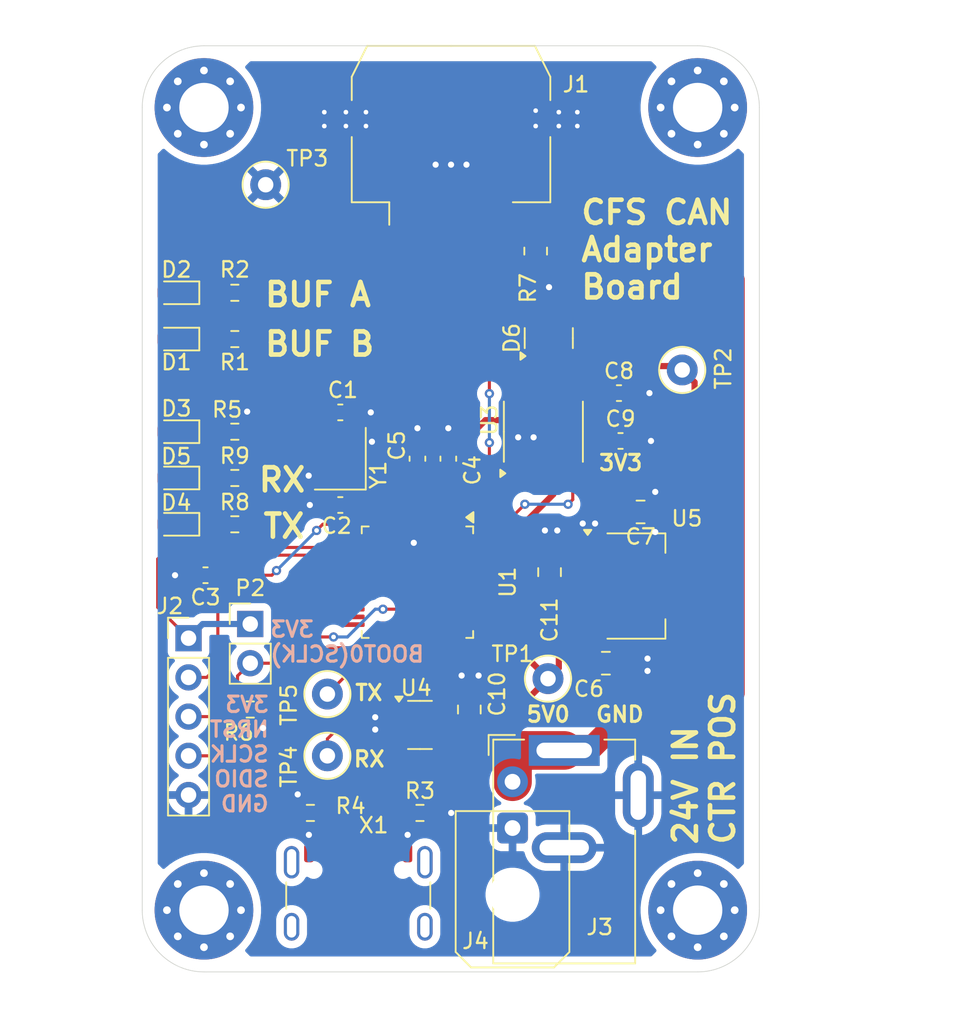
<source format=kicad_pcb>
(kicad_pcb (version 20241229) (generator "pcbnew") (generator_version "9.0")
  (layers (0 "F.Cu" signal) (2 "B.Cu" signal) (13 "F.Paste" user) (15 "B.Paste" user) (5 "F.SilkS" user "F.Silkscreen") (7 "B.SilkS" user "B.Silkscreen") (1 "F.Mask" user) (3 "B.Mask" user) (25 "Edge.Cuts" user))
  (net 0 "")
  (net 1 "Net-(U1F-PF0{slash}OSC_IN)")
  (net 2 "/RS485-A")
  (net 3 "GND")
  (net 4 "+24V")
  (net 5 "/RS485-B")
  (net 6 "Net-(U1F-PF1{slash}OSC_OUT)")
  (net 7 "/MCU/NRST")
  (net 8 "+3V3")
  (net 9 "+5V")
  (net 10 "Net-(D1-K)")
  (net 11 "Net-(D2-K)")
  (net 12 "/MCU/LED_TX")
  (net 13 "/MCU/LED_RX")
  (net 14 "/MCU/SWCLK")
  (net 15 "/MCU/CAN1_TX")
  (net 16 "/MCU/CAN2_RX")
  (net 22 "/MCU/SWDIO")
  (net 27 "/MCU/TX")
  (net 36 "/MCU/CAN1_S")
  (net 37 "/USB_P")
  (net 38 "/MCU/CAN2_S")
  (net 39 "/USB_N")
  (net 40 "/MCU/CAN2_TX")
  (net 41 "/MCU/CAN1_RX")
  (net 43 "/MCU/RX")
  (net 53 "Net-(J1-Pin_5)")
  (net 54 "Net-(J1-Pin_4)")
  (net 55 "Net-(D3-A)")
  (net 56 "Net-(D4-A)")
  (net 57 "Net-(D5-A)")
  (net 58 "/MCU/USB_{P}")
  (net 59 "/MCU/USB_{N}")
  (net 62 "Net-(X1-CC1)")
  (net 63 "Net-(X1-CC2)")
  (footprint "TestPoint:TestPoint_Loop_D1.80mm_Drill1.0mm_Beaded" (layer "F.Cu") (at 26.3 -19)
    (property "Reference" "TP1")
    (property "Value" "TP2.0mm")
  )
  (footprint "Connector_Molex:Molex_Micro-Fit_3.0_43045-0200_2x01_P3.00mm_Horizontal" (layer "F.Cu") (at 24 -9.32 180)
    (property "Reference" "J4")
    (property "Value" "Conn_01x02")
  )
  (footprint "Package_SO:SOIC-8_3.9x4.9mm_P1.27mm" (layer "F.Cu") (at 26 -35 90)
    (property "Reference" "U3")
    (property "Value" "TJA1051T3")
  )
  (footprint "TestPoint:TestPoint_Loop_D1.80mm_Drill1.0mm_Beaded" (layer "F.Cu") (at 35 -39)
    (property "Reference" "TP2")
    (property "Value" "TP2.0mm")
  )
  (footprint "Connector_BarrelJack:BarrelJack_GCT_DCJ200-10-A_Horizontal" (layer "F.Cu") (at 27.35 -14.35)
    (property "Reference" "J3")
    (property "Value" "Barrel_Jack_Switch_MountingPin")
  )
  (footprint "Capacitor_SMD:C_0805_2012Metric" (layer "F.Cu") (at 30.05 -20)
    (property "Reference" "C6")
    (property "Value" "10u_0805_X7R_10%_10V_-40C..125C_Chip-Capacitor")
  )
  (footprint "MountingHole:MountingHole_3.2mm_M3_Pad_Via" (layer "F.Cu") (at 36 -56)
    (property "Reference" "H4" (hide yes))
    (property "Value" "MountingHole")
  )
  (footprint "Resistor_SMD:R_0603_1608Metric" (layer "F.Cu") (at 6 -29)
    (property "Reference" "R8")
    (property "Value" "1k_0603_100mW_1%_E24_Chip-Resistor")
  )
  (footprint "Resistor_SMD:R_0603_1608Metric" (layer "F.Cu") (at 10.9 -10.3 180)
    (property "Reference" "R4")
    (property "Value" "5k1_0603_100mW_1%_E24_Chip-Resistor")
  )
  (footprint "Capacitor_SMD:C_0603_1608Metric" (layer "F.Cu") (at 12.8375 -36.25 180)
    (property "Reference" "C1")
    (property "Value" "6p2_0603_C0G_5%_50V_-40C..125C_Chip-Capacitor")
  )
  (footprint "Crystal:Crystal_SMD_3225-4Pin_3.2x2.5mm" (layer "F.Cu") (at 12.8375 -33.25 90)
    (property "Reference" "Y1")
    (property "Value" "830108313809")
  )
  (footprint "Capacitor_SMD:C_0603_1608Metric" (layer "F.Cu") (at 19.8375 -33.25 90)
    (property "Reference" "C4")
    (property "Value" "100n")
  )
  (footprint "Resistor_SMD:R_0603_1608Metric" (layer "F.Cu") (at 7 -17)
    (property "Reference" "R6")
    (property "Value" "10k_0603_100mW_1%_E24_Chip-Resistor")
  )
  (footprint "Package_TO_SOT_SMD:SOT-23" (layer "F.Cu") (at 26.35 -41.0625 90)
    (property "Reference" "D6")
    (property "Value" "NUP2105L")
  )
  (footprint "Capacitor_SMD:C_0603_1608Metric" (layer "F.Cu") (at 31 -34.4)
    (property "Reference" "C9")
    (property "Value" "100n_0603_X7R_10%_50V_-40C..125C_Chip-Capacitor")
  )
  (footprint "Connector_Molex:Molex_Micro-Fit_3.0_43045-0610_2x03-1MP_P3.00mm_Horizontal" (layer "F.Cu") (at 20.015 -47.5)
    (property "Reference" "J1")
    (property "Value" "Conn_02x03_Top_Bottom")
  )
  (footprint "LED_SMD:LED_0603_1608Metric" (layer "F.Cu") (at 2.2125 -29 180)
    (property "Reference" "D4")
    (property "Value" "KPT-1608SGC")
  )
  (footprint "Capacitor_SMD:C_0603_1608Metric" (layer "F.Cu") (at 17.8375 -33.25 90)
    (property "Reference" "C5")
    (property "Value" "100n")
  )
  (footprint "Resistor_SMD:R_0603_1608Metric" (layer "F.Cu") (at 6 -32)
    (property "Reference" "R9")
    (property "Value" "1k_0603_100mW_1%_E24_Chip-Resistor")
  )
  (footprint "Capacitor_SMD:C_0603_1608Metric" (layer "F.Cu") (at 4.1 -25.7 180)
    (property "Reference" "C3")
    (property "Value" "100n")
  )
  (footprint "Capacitor_SMD:C_0805_2012Metric" (layer "F.Cu") (at 21.2 -17 90)
    (property "Reference" "C10")
    (property "Value" "10u_0805_X7R_10%_10V_-40C..125C_Chip-Capacitor")
  )
  (footprint "Package_TO_SOT_SMD:SC-74-6_1.55x2.9mm_P0.95mm" (layer "F.Cu") (at 18 -16)
    (property "Reference" "U4")
    (property "Value" "IP4234CZ6")
  )
  (footprint "MountingHole:MountingHole_3.2mm_M3_Pad_Via" (layer "F.Cu") (at 4 -56)
    (property "Reference" "H3" (hide yes))
    (property "Value" "MountingHole")
  )
  (footprint "Package_TO_SOT_SMD:SOT-223-3_TabPin2" (layer "F.Cu") (at 32 -25)
    (property "Reference" "U5")
    (property "Value" "AMS1117-3.3")
  )
  (footprint "Capacitor_SMD:C_0805_2012Metric" (layer "F.Cu") (at 26.4 -25.9 90)
    (property "Reference" "C11")
    (property "Value" "10u_0805_X7R_10%_10V_-40C..125C_Chip-Capacitor")
  )
  (footprint "MountingHole:MountingHole_3.2mm_M3_Pad_Via" (layer "F.Cu") (at 36 -4)
    (property "Reference" "H2" (hide yes))
    (property "Value" "MountingHole")
  )
  (footprint "Capacitor_SMD:C_0805_2012Metric" (layer "F.Cu") (at 32.3 -29.8)
    (property "Reference" "C7")
    (property "Value" "10u_0805_X7R_10%_10V_-40C..125C_Chip-Capacitor")
  )
  (footprint "LED_SMD:LED_0603_1608Metric" (layer "F.Cu") (at 2.2125 -41 180)
    (property "Reference" "D1")
    (property "Value" "LED")
  )
  (footprint "TestPoint:TestPoint_Loop_D1.80mm_Drill1.0mm_Beaded" (layer "F.Cu") (at 12 -18 -90)
    (property "Reference" "TP5")
    (property "Value" "TP1.0mm")
  )
  (footprint "Package_QFP:LQFP-48_7x7mm_P0.5mm" (layer "F.Cu") (at 17.8375 -25.25 -90)
    (property "Reference" "U1")
    (property "Value" "STM32G0B1CBT")
  )
  (footprint "LED_SMD:LED_0603_1608Metric" (layer "F.Cu") (at 2.2125 -35 180)
    (property "Reference" "D3")
    (property "Value" "KPT-1608EC")
  )
  (footprint "Resistor_SMD:R_0603_1608Metric" (layer "F.Cu") (at 6 -44)
    (property "Reference" "R2")
    (property "Value" "5k1")
  )
  (footprint "LED_SMD:LED_0603_1608Metric" (layer "F.Cu") (at 2.2125 -44 180)
    (property "Reference" "D2")
    (property "Value" "LED")
  )
  (footprint "Resistor_SMD:R_0805_2012Metric" (layer "F.Cu") (at 25.5 -46.7 90)
    (property "Reference" "R7")
    (property "Value" "120R_0805_125mW_1%_E24_Chip-Resistor")
  )
  (footprint "Connector_PinHeader_2.54mm:PinHeader_1x02_P2.54mm_Vertical" (layer "F.Cu") (at 7 -22.54)
    (property "Reference" "P2")
    (property "Value" "CONN_01X02")
  )
  (footprint "Resistor_SMD:R_0603_1608Metric" (layer "F.Cu") (at 18 -10.3)
    (property "Reference" "R3")
    (property "Value" "5k1_0603_100mW_1%_E24_Chip-Resistor")
  )
  (footprint "LED_SMD:LED_0603_1608Metric" (layer "F.Cu") (at 2.2125 -32 180)
    (property "Reference" "D5")
    (property "Value" "KPT-1608SGC")
  )
  (footprint "MountingHole:MountingHole_3.2mm_M3_Pad_Via" (layer "F.Cu") (at 4 -4)
    (property "Reference" "H1" (hide yes))
    (property "Value" "MountingHole")
  )
  (footprint "Resistor_SMD:R_0603_1608Metric" (layer "F.Cu") (at 6 -41)
    (property "Reference" "R1")
    (property "Value" "5k1")
  )
  (footprint "Resistor_SMD:R_0603_1608Metric" (layer "F.Cu") (at 6 -35)
    (property "Reference" "R5")
    (property "Value" "1k_0603_100mW_1%_E24_Chip-Resistor")
  )
  (footprint "Connector_PinHeader_2.54mm:PinHeader_1x05_P2.54mm_Vertical" (layer "F.Cu") (at 3 -21.62)
    (property "Reference" "J2")
    (property "Value" "Conn_01x05")
  )
  (footprint "TestPoint:TestPoint_Loop_D1.80mm_Drill1.0mm_Beaded" (layer "F.Cu") (at 12 -14 -90)
    (property "Reference" "TP4")
    (property "Value" "TP1.0mm")
  )
  (footprint "TestPoint:TestPoint_Loop_D1.80mm_Drill1.0mm_Beaded" (layer "F.Cu") (at 8 -51)
    (property "Reference" "TP3")
    (property "Value" "TP2.0mm")
  )
  (footprint "Capacitor_SMD:C_0603_1608Metric" (layer "F.Cu") (at 30.9 -37.5)
    (property "Reference" "C8")
    (property "Value" "100n_0603_X7R_10%_50V_-40C..125C_Chip-Capacitor")
  )
  (footprint "Capacitor_SMD:C_0603_1608Metric" (layer "F.Cu") (at 12.8375 -30.25)
    (property "Reference" "C2")
    (property "Value" "6p2_0603_C0G_5%_50V_-40C..125C_Chip-Capacitor")
  )
  (footprint "Connector_USB:USB_C_Receptacle_GCT_USB4105-xx-A_16P_TopMnt_Horizontal" (layer "F.Cu") (at 14 -4)
    (property "Reference" "X1")
    (property "Value" "629722000214_pasteInHole")
  )
  (gr_line (start 0 -56) (end 0 -4) (stroke (width 0.05)) (layer "Edge.Cuts"))
  (gr_line (start 4 0) (end 36 0) (stroke (width 0.05)) (layer "Edge.Cuts"))
  (gr_arc (start 4 0) (mid 1.171573 -1.171573) (end 0 -4) (stroke (width 0.05)) (layer "Edge.Cuts"))
  (gr_arc (start 40 -4) (mid 38.828427 -1.171573) (end 36 0) (stroke (width 0.05)) (layer "Edge.Cuts"))
  (gr_arc (start 0 -56) (mid 1.171573 -58.828427) (end 4 -60) (stroke (width 0.05)) (layer "Edge.Cuts"))
  (gr_line (start 40 -4) (end 40 -56) (stroke (width 0.05)) (layer "Edge.Cuts"))
  (gr_line (start 36 -60) (end 4 -60) (stroke (width 0.05)) (layer "Edge.Cuts"))
  (gr_arc (start 36 -60) (mid 38.828427 -58.828427) (end 40 -56) (stroke (width 0.05)) (layer "Edge.Cuts"))
  (gr_text "RX" (at 7.4 -31 0) (layer "F.SilkS") (effects (font (size 1.5 1.5) (thickness 0.3) (bold yes)) (justify left bottom)))
  (gr_text "TX" (at 13.7 -17.5 0) (layer "F.SilkS") (effects (font (size 1 1) (thickness 0.2) (bold yes)) (justify left bottom)))
  (gr_text "BUF B" (at 7.8 -39.8 0) (layer "F.SilkS") (effects (font (size 1.5 1.5) (thickness 0.3) (bold yes)) (justify left bottom)))
  (gr_text "RX	" (at 13.6 -13.2 0) (layer "F.SilkS") (effects (font (size 1 1) (thickness 0.2) (bold yes)) (justify left bottom)))
  (gr_text "GND" (at 29.3 -16.1 0) (layer "F.SilkS") (effects (font (size 1 1) (thickness 0.2) (bold yes)) (justify left bottom)))
  (gr_text "5V0" (at 24.8 -16.1 0) (layer "F.SilkS") (effects (font (size 1 1) (thickness 0.2) (bold yes)) (justify left bottom)))
  (gr_text "CFS CAN\nAdapter\nBoard" (at 28.3 -43.5 0) (layer "F.SilkS") (effects (font (size 1.5 1.5) (thickness 0.3) (bold yes)) (justify left bottom)))
  (gr_text "3V3" (at 29.5 -32.4 0) (layer "F.SilkS") (effects (font (size 1 1) (thickness 0.2) (bold yes)) (justify left bottom)))
  (gr_text "BUF A" (at 7.8 -43 0) (layer "F.SilkS") (effects (font (size 1.5 1.5) (thickness 0.3) (bold yes)) (justify left bottom)))
  (gr_text "TX" (at 7.7 -28 0) (layer "F.SilkS") (effects (font (size 1.5 1.5) (thickness 0.3) (bold yes)) (justify left bottom)))
  (gr_text "24V IN\nCTR POS" (at 38.5 -8.1 90) (layer "F.SilkS") (effects (font (size 1.5 1.5) (thickness 0.3) (bold yes)) (justify left bottom)))
  (gr_text "3V3\nNRST\nSCLK\nSDIO\nGND" (at 8.3 -10.3 0) (layer "B.SilkS") (effects (font (size 1 1) (thickness 0.2) (bold yes)) (justify left bottom mirror)))
  (gr_text "3V3\nBOOT0(SCLK)" (at 8.2 -20 0) (layer "B.SilkS") (effects (font (size 1 1) (thickness 0.2) (bold yes)) (justify right bottom mirror)))
  (segment (start 11.9875 -34.35) (end 12.0625 -34.425) (width 0.2) (layer "F.Cu") (net 1))
  (segment (start 11.9875 -34.35) (end 11.9875 -34.148) (width 0.2) (layer "F.Cu") (net 1))
  (segment (start 12.0625 -34.425) (end 12.0625 -36.25) (width 0.2) (layer "F.Cu") (net 1))
  (segment (start 12.8355 -33.3) (end 14.9 -33.3) (width 0.2) (layer "F.Cu") (net 1))
  (segment (start 17.0875 -31.1125) (end 17.0875 -29.4125) (width 0.2) (layer "F.Cu") (net 1))
  (segment (start 11.9875 -34.148) (end 12.8355 -33.3) (width 0.2) (layer "F.Cu") (net 1))
  (segment (start 14.9 -33.3) (end 17.0875 -31.1125) (width 0.2) (layer "F.Cu") (net 1))
  (segment (start 23.015 -45.185) (end 23.015 -41.485) (width 0.4) (layer "F.Cu") (net 2))
  (segment (start 25.365 -40.09) (end 25.4 -40.125) (width 0.4) (layer "F.Cu") (net 2))
  (segment (start 23.6175 -45.7875) (end 25.5 -45.7875) (width 0.4) (layer "F.Cu") (net 2))
  (segment (start 24.375 -40.125) (end 23.65 -40.85) (width 0.4) (layer "F.Cu") (net 2))
  (segment (start 23.015 -45.8875) (end 23.015 -45.185) (width 0.4) (layer "F.Cu") (net 2))
  (segment (start 23.65 -40.85) (end 23 -41.5) (width 0.4) (layer "F.Cu") (net 2))
  (segment (start 25.4 -40.125) (end 24.375 -40.125) (width 0.4) (layer "F.Cu") (net 2))
  (segment (start 23.015 -41.485) (end 23.65 -40.85) (width 0.4) (layer "F.Cu") (net 2))
  (segment (start 25.365 -37.475) (end 25.365 -40.09) (width 0.4) (layer "F.Cu") (net 2))
  (segment (start 23.015 -45.185) (end 23.6175 -45.7875) (width 0.4) (layer "F.Cu") (net 2))
  (segment (start 18.825 -10.3) (end 20.025 -10.3) (width 0.2) (layer "F.Cu") (net 3))
  (segment (start 3.325 -25.7) (end 2.125 -25.7) (width 0.2) (layer "F.Cu") (net 3))
  (segment (start 10.8 -7.68) (end 10.8 -8.88) (width 0.2) (layer "F.Cu") (net 3))
  (segment (start 31 -20) (end 32.75 -19.5) (width 0.3) (layer "F.Cu") (net 3))
  (segment (start 17.2 -7.68) (end 17.2 -8.88) (width 0.2) (layer "F.Cu") (net 3))
  (segment (start 28.85 -27.3) (end 29.35 -29.05) (width 0.3) (layer "F.Cu") (net 3))
  (segment (start 33.25 -29.8) (end 33.25 -31.1) (width 0.2) (layer "F.Cu") (net 3))
  (segment (start 31.775 -34.4) (end 32.975 -34.4) (width 0.4) (layer "F.Cu") (net 3))
  (segment (start 25.365 -34.635) (end 24.365 -34.635) (width 0.4) (layer "F.Cu") (net 3))
  (segment (start 7.825 -15.8) (end 7.825 -15.725) (width 0.2) (layer "F.Cu") (net 3))
  (segment (start 10.075 -10.3) (end 10.075 -11.5) (width 0.2) (layer "F.Cu") (net 3))
  (segment (start 26.4 -26.85) (end 26.9 -28.6) (width 0.3) (layer "F.Cu") (net 3))
  (segment (start 16.85 -16) (end 15.1 -15.7) (width 0.3) (layer "F.Cu") (net 3))
  (segment (start 25.365 -32.525) (end 25.365 -34.635) (width 0.4) (layer "F.Cu") (net 3))
  (segment (start 16.85 -16) (end 15.1 -16.5) (width 0.3) (layer "F.Cu") (net 3))
  (segment (start 13.6125 -36.25) (end 14.8125 -36.25) (width 0.2) (layer "F.Cu") (net 3))
  (segment (start 7.825 -17) (end 7.825 -15.8) (width 0.2) (layer "F.Cu") (net 3))
  (segment (start 11.9875 -32.15) (end 10.7875 -32.15) (width 0.2) (layer "F.Cu") (net 3))
  (segment (start 20.015 -49.815) (end 19.015 -52.3) (width 0.4) (layer "F.Cu") (net 3))
  (segment (start 33.25 -29.8) (end 33.25 -28.5) (width 0.2) (layer "F.Cu") (net 3))
  (segment (start 20.015 -49.815) (end 21.015 -52.3) (width 0.4) (layer "F.Cu") (net 3))
  (segment (start 28.85 -27.3) (end 28.55 -29.05) (width 0.3) (layer "F.Cu") (net 3))
  (segment (start 21.3 -17.9) (end 20.7 -19.2) (width 0.3) (layer "F.Cu") (net 3))
  (segment (start 26.4 -26.85) (end 26.1 -28.6) (width 0.3) (layer "F.Cu") (net 3))
  (segment (start 26.365 -42.8) (end 26.365 -44.3625) (width 0.4) (layer "F.Cu") (net 3))
  (segment (start 20.015 -49.815) (end 20.015 -52.3) (width 0.4) (layer "F.Cu") (net 3))
  (segment (start 17.8375 -34.025) (end 17.8375 -35.225) (width 0.2) (layer "F.Cu") (net 3))
  (segment (start 21.8 -19.2) (end 21.3 -17.9) (width 0.3) (layer "F.Cu") (net 3))
  (segment (start 19.8375 -34.025) (end 19.8375 -35.225) (width 0.2) (layer "F.Cu") (net 3))
  (segment (start 17.5875 -29.4125) (end 17.5875 -27.7875) (width 0.2) (layer "F.Cu") (net 3))
  (segment (start 31 -20) (end 32.75 -20.3) (width 0.3) (layer "F.Cu") (net 3))
  (segment (start 6.825 -35) (end 6.8 -36.3) (width 0.2) (layer "F.Cu") (net 3))
  (segment (start 13.6875 -34.35) (end 14.8875 -34.35) (width 0.2) (layer "F.Cu") (net 3))
  (segment (start 12.0625 -30.25) (end 10.8625 -30.25) (width 0.2) (layer "F.Cu") (net 3))
  (segment (start 31.675 -37.5) (end 32.875 -37.5) (width 0.4) (layer "F.Cu") (net 3))
  (via (at 32.75 -20.3) (size 0.8) (drill 0.4) (layers "F.Cu" "B.Cu") (net 3))
  (via (at 17.2 -8.88) (size 0.8) (drill 0.4) (layers "F.Cu" "B.Cu") (net 3))
  (via (at 33.25 -31.1) (size 0.8) (drill 0.4) (layers "F.Cu" "B.Cu") (net 3))
  (via (at 28.55 -29.05) (size 0.8) (drill 0.4) (layers "F.Cu" "B.Cu") (net 3))
  (via (at 13.2 -54.8) (size 0.6) (drill 0.3) (layers "F.Cu" "B.Cu") (net 3))
  (via (at 20.025 -10.3) (size 0.8) (drill 0.4) (layers "F.Cu" "B.Cu") (net 3))
  (via (at 2.125 -25.7) (size 0.8) (drill 0.4) (layers "F.Cu" "B.Cu") (net 3))
  (via (at 10.8625 -30.25) (size 0.8) (drill 0.4) (layers "F.Cu" "B.Cu") (net 3))
  (via (at 19.015 -52.3) (size 0.8) (drill 0.4) (layers "F.Cu" "B.Cu") (net 3))
  (via (at 25.365 -34.635) (size 0.8) (drill 0.4) (layers "F.Cu" "B.Cu") (net 3))
  (via (at 28.2 -55.7) (size 0.6) (drill 0.3) (layers "F.Cu" "B.Cu") (net 3))
  (via (at 14.8125 -36.25) (size 0.8) (drill 0.4) (layers "F.Cu" "B.Cu") (net 3))
  (via (at 32.75 -19.5) (size 0.8) (drill 0.4) (layers "F.Cu" "B.Cu") (net 3))
  (via (at 28.2 -54.8) (size 0.6) (drill 0.3) (layers "F.Cu" "B.Cu") (net 3))
  (via (at 6.8 -36.3) (size 0.8) (drill 0.4) (layers "F.Cu" "B.Cu") (net 3))
  (via (at 32.875 -37.5) (size 0.8) (drill 0.4) (layers "F.Cu" "B.Cu") (net 3))
  (via (at 19.8375 -35.225) (size 0.8) (drill 0.4) (layers "F.Cu" "B.Cu") (net 3))
  (via (at 27 -54.8) (size 0.6) (drill 0.3) (layers "F.Cu" "B.Cu") (net 3))
  (via (at 26.365 -44.3625) (size 0.8) (drill 0.4) (layers "F.Cu" "B.Cu") (net 3))
  (via (at 21.8 -19.2) (size 0.8) (drill 0.4) (layers "F.Cu" "B.Cu") (net 3))
  (via (at 25.5 -55.8) (size 0.6) (drill 0.3) (layers "F.Cu" "B.Cu") (net 3))
  (via (at 14.5 -55.7) (size 0.6) (drill 0.3) (layers "F.Cu" "B.Cu") (net 3))
  (via (at 13.2 -55.7) (size 0.6) (drill 0.3) (layers "F.Cu" "B.Cu") (net 3))
  (via (at 20.015 -52.3) (size 0.8) (drill 0.4) (layers "F.Cu" "B.Cu") (net 3))
  (via (at 15.1 -15.7) (size 0.8) (drill 0.4) (layers "F.Cu" "B.Cu") (net 3))
  (via (at 10.075 -11.5) (size 0.8) (drill 0.4) (layers "F.Cu" "B.Cu") (net 3))
  (via (at 14.5 -54.8) (size 0.6) (drill 0.3) (layers "F.Cu" "B.Cu") (net 3))
  (via (at 7.825 -15.8) (size 0.8) (drill 0.4) (layers "F.Cu" "B.Cu") (net 3))
  (via (at 20.7 -19.2) (size 0.8) (drill 0.4) (layers "F.Cu" "B.Cu") (net 3))
  (via (at 26.9 -28.6) (size 0.8) (drill 0.4) (layers "F.Cu" "B.Cu") (net 3))
  (via (at 32.975 -34.4) (size 0.8) (drill 0.4) (layers "F.Cu" "B.Cu") (net 3))
  (via (at 10.7875 -32.15) (size 0.8) (drill 0.4) (layers "F.Cu" "B.Cu") (net 3))
  (via (at 11.8 -54.8) (size 0.6) (drill 0.3) (layers "F.Cu" "B.Cu") (net 3))
  (via (at 26.1 -28.6) (size 0.8) (drill 0.4) (layers "F.Cu" "B.Cu") (net 3))
  (via (at 17.8375 -35.225) (size 0.8) (drill 0.4) (layers "F.Cu" "B.Cu") (net 3))
  (via (at 27 -55.7) (size 0.6) (drill 0.3) (layers "F.Cu" "B.Cu") (net 3))
  (via (at 29.35 -29.05) (size 0.8) (drill 0.4) (layers "F.Cu" "B.Cu") (net 3))
  (via (at 14.8875 -34.35) (size 0.8) (drill 0.4) (layers "F.Cu" "B.Cu") (net 3))
  (via (at 25.5 -54.8) (size 0.6) (drill 0.3) (layers "F.Cu" "B.Cu") (net 3))
  (via (at 11.8 -55.7) (size 0.6) (drill 0.3) (layers "F.Cu" "B.Cu") (net 3))
  (via (at 33.25 -28.5) (size 0.8) (drill 0.4) (layers "F.Cu" "B.Cu") (net 3))
  (via (at 15.1 -16.5) (size 0.8) (drill 0.4) (layers "F.Cu" "B.Cu") (net 3))
  (via (at 17.6 -27.8) (size 0.8) (drill 0.4) (layers "F.Cu" "B.Cu") (net 3))
  (via (at 24.365 -34.635) (size 0.8) (drill 0.4) (layers "F.Cu" "B.Cu") (net 3))
  (via (at 10.8 -8.88) (size 0.8) (drill 0.4) (layers "F.Cu" "B.Cu") (net 3))
  (via (at 21.015 -52.3) (size 0.8) (drill 0.4) (layers "F.Cu" "B.Cu") (net 3))
  (segment (start 38.3 -18.1) (end 35.7 -15.5) (width 1.5) (layer "F.Cu") (net 4))
  (segment (start 26.6 -51.5) (end 31.6 -51.5) (width 1.5) (layer "F.Cu") (net 4))
  (segment (start 1.425 -41) (end 1.425 -46.425) (width 0.4) (layer "F.Cu") (net 4))
  (segment (start 10.215 -48) (end 6.3 -48) (width 0.4) (layer "F.Cu") (net 4))
  (segment (start 24.915 -49.815) (end 25.9 -50.8) (width 1.5) (layer "F.Cu") (net 4))
  (segment (start 19.8 -54.8) (end 17.015 -54.8) (width 0.4) (layer "F.Cu") (net 4))
  (segment (start 1.425 -46.425) (end 3 -48) (width 0.4) (layer "F.Cu") (net 4))
  (segment (start 24.75 -14.35) (end 27.35 -14.35) (width 2.5) (layer "F.Cu") (net 4))
  (segment (start 28.95 -14.35) (end 27.35 -14.35) (width 1.5) (layer "F.Cu") (net 4))
  (segment (start 21.9 -54.8) (end 25.9 -50.8) (width 0.4) (layer "F.Cu") (net 4))
  (segment (start 35.7 -15.5) (end 30.1 -15.5) (width 1.5) (layer "F.Cu") (net 4))
  (segment (start 23.015 -49.815) (end 24.915 -49.815) (width 1.5) (layer "F.Cu") (net 4))
  (segment (start 25.9 -50.8) (end 26.6 -51.5) (width 1.5) (layer "F.Cu") (net 4))
  (segment (start 30.1 -15.5) (end 28.95 -14.35) (width 1.5) (layer "F.Cu") (net 4))
  (segment (start 19.8 -54.8) (end 21.9 -54.8) (width 0.4) (layer "F.Cu") (net 4))
  (segment (start 3 -48) (end 6.3 -48) (width 0.4) (layer "F.Cu") (net 4))
  (segment (start 31.6 -51.5) (end 38.3 -44.8) (width 1.5) (layer "F.Cu") (net 4))
  (segment (start 24 -12.32) (end 24 -13.6) (width 2.5) (layer "F.Cu") (net 4))
  (segment (start 24 -13.6) (end 24.75 -14.35) (width 2.5) (layer "F.Cu") (net 4))
  (segment (start 38.3 -44.8) (end 38.3 -18.1) (width 1.5) (layer "F.Cu") (net 4))
  (segment (start 17.015 -54.8) (end 10.215 -48) (width 0.4) (layer "F.Cu") (net 4))
  (segment (start 30.415 -45.8) (end 28.815 -47.4) (width 0.4) (layer "F.Cu") (net 5))
  (segment (start 17.015 -48.8) (end 18.415 -47.4) (width 0.4) (layer "F.Cu") (net 5))
  (segment (start 28.815 -47.4) (end 27.115 -47.4) (width 0.4) (layer "F.Cu") (net 5))
  (segment (start 27.3 -40.125) (end 29.225 -40.125) (width 0.4) (layer "F.Cu") (net 5))
  (segment (start 30.415 -45.8) (end 30.415 -43.915) (width 0.4) (layer "F.Cu") (net 5))
  (segment (start 26.635 -38.835) (end 27.3 -39.5) (width 0.4) (layer "F.Cu") (net 5))
  (segment (start 17.015 -49.815) (end 17.015 -48.8) (width 0.4) (layer "F.Cu") (net 5))
  (segment (start 27.3 -39.5) (end 27.3 -40.125) (width 0.4) (layer "F.Cu") (net 5))
  (segment (start 29.225 -40.125) (end 30.4 -41.3) (width 0.4) (layer "F.Cu") (net 5))
  (segment (start 30.415 -43.915) (end 30.4 -43.9) (width 0.4) (layer "F.Cu") (net 5))
  (segment (start 30.4 -41.3) (end 30.4 -43.9) (width 0.4) (layer "F.Cu") (net 5))
  (segment (start 18.415 -47.4) (end 27.115 -47.4) (width 0.4) (layer "F.Cu") (net 5))
  (segment (start 26.635 -37.475) (end 26.635 -38.835) (width 0.4) (layer "F.Cu") (net 5))
  (segment (start 30.4 -43.9) (end 30.4 -45) (width 0.4) (layer "F.Cu") (net 5))
  (segment (start 13.6125 -30.25) (end 13.6875 -30.325) (width 0.2) (layer "F.Cu") (net 6))
  (segment (start 15.35 -32.15) (end 13.6875 -32.15) (width 0.2) (layer "F.Cu") (net 6))
  (segment (start 16.5875 -29.4125) (end 16.5875 -30.9125) (width 0.2) (layer "F.Cu") (net 6))
  (segment (start 16.5875 -30.9125) (end 15.35 -32.15) (width 0.2) (layer "F.Cu") (net 6))
  (segment (start 13.6875 -30.325) (end 13.6875 -32.15) (width 0.2) (layer "F.Cu") (net 6))
  (segment (start 8.4 -25.7) (end 4.875 -25.7) (width 0.2) (layer "F.Cu") (net 7))
  (segment (start 8.7 -26) (end 8.4 -25.7) (width 0.2) (layer "F.Cu") (net 7))
  (segment (start 15.8 -28.3) (end 15.7 -28.2) (width 0.2) (layer "F.Cu") (net 7))
  (segment (start 15 -28.2) (end 14.5 -28.7) (width 0.2) (layer "F.Cu") (net 7))
  (segment (start 15.7 -28.2) (end 15.3 -28.2) (width 0.2) (layer "F.Cu") (net 7))
  (segment (start 16.0875 -28.5875) (end 15.8 -28.3) (width 0.2) (layer "F.Cu") (net 7))
  (segment (start 14.2 -29) (end 12.8 -29) (width 0.2) (layer "F.Cu") (net 7))
  (segment (start 14.5 -28.7) (end 14.2 -29) (width 0.2) (layer "F.Cu") (net 7))
  (segment (start 3 -19.08) (end 4.18 -19.08) (width 0.2) (layer "F.Cu") (net 7))
  (segment (start 12.8 -29) (end 11.7 -29) (width 0.2) (layer "F.Cu") (net 7))
  (segment (start 16.0875 -29.4125) (end 16.0875 -28.5875) (width 0.2) (layer "F.Cu") (net 7))
  (segment (start 4.18 -19.08) (end 4.9 -19.8) (width 0.2) (layer "F.Cu") (net 7))
  (segment (start 12.7 -29) (end 12.6 -29) (width 0.2) (layer "F.Cu") (net 7))
  (segment (start 15.3 -28.2) (end 15 -28.2) (width 0.2) (layer "F.Cu") (net 7))
  (segment (start 4.9 -19.8) (end 4.9 -25.675) (width 0.2) (layer "F.Cu") (net 7))
  (segment (start 11.7 -29) (end 11.3 -28.6) (width 0.2) (layer "F.Cu") (net 7))
  (segment (start 4.9 -25.675) (end 4.875 -25.7) (width 0.2) (layer "F.Cu") (net 7))
  (via (at 8.7 -26) (size 0.6) (drill 0.3) (layers "F.Cu" "B.Cu") (net 7))
  (via (at 11.3 -28.6) (size 0.6) (drill 0.3) (layers "F.Cu" "B.Cu") (net 7))
  (segment (start 11.3 -28.6) (end 8.7 -26) (width 0.2) (layer "B.Cu") (net 7))
  (segment (start 1.425 -35) (end 1.425 -36.525) (width 0.2) (layer "F.Cu") (net 8))
  (segment (start 1.5 -27.25) (end 1 -26.75) (width 0.2) (layer "F.Cu") (net 8))
  (segment (start 30.1 -37.475) (end 30.125 -37.5) (width 0.4) (layer "F.Cu") (net 8))
  (segment (start 33 -35.75) (end 22.25 -35.75) (width 0.4) (layer "F.Cu") (net 8))
  (segment (start 26.45 -25) (end 26.4 -24.95) (width 0.5) (layer "F.Cu") (net 8))
  (segment (start 31.35 -29.8) (end 31.35 -27.25) (width 0.5) (layer "F.Cu") (net 8))
  (segment (start 1 -23.62) (end 3 -21.62) (width 0.2) (layer "F.Cu") (net 8))
  (segment (start 1.5 -28.925) (end 1.5 -27.25) (width 0.2) (layer "F.Cu") (net 8))
  (segment (start 20.725 -32.475) (end 18.75 -32.475) (width 0.4) (layer "F.Cu") (net 8))
  (segment (start 18.0875 -30.8) (end 18.0875 -32.225) (width 0.2) (layer "F.Cu") (net 8))
  (segment (start 18.0875 -32.225) (end 17.8375 -32.475) (width 0.2) (layer "F.Cu") (net 8))
  (segment (start 19.8375 -32.475) (end 18.5875 -31.225) (width 0.2) (layer "F.Cu") (net 8))
  (segment (start 18.0875 -29.4125) (end 18.0875 -30.8) (width 0.2) (layer "F.Cu") (net 8))
  (segment (start 1.425 -35) (end 1.425 -29) (width 0.2) (layer "F.Cu") (net 8))
  (segment (start 34.6 -25.55) (end 35.15 -25) (width 0.4) (layer "F.Cu") (net 8))
  (segment (start 3 -38.1) (end 18.4 -38.1) (width 0.2) (layer "F.Cu") (net 8))
  (segment (start 18.4 -38.1) (end 21.5 -35) (width 0.2) (layer "F.Cu") (net 8))
  (segment (start 19.38125 -32.01875) (end 19.8375 -32.475) (width 0.2) (layer "F.Cu") (net 8))
  (segment (start 35.15 -25) (end 26.45 -25) (width 0.5) (layer "F.Cu") (net 8))
  (segment (start 19.0875 -30.8875) (end 19.0875 -30.5) (width 0.2) (layer "F.Cu") (net 8))
  (segment (start 21.5 -35) (end 21.25 -34.75) (width 0.4) (layer "F.Cu") (net 8))
  (segment (start 19.8375 -31.6375) (end 19.0875 -30.8875) (width 0.2) (layer "F.Cu") (net 8))
  (segment (start 17.8375 -32.475) (end 18.75 -32.475) (width 0.4) (layer "F.Cu") (net 8))
  (segment (start 21.25 -33) (end 20.725 -32.475) (width 0.4) (layer "F.Cu") (net 8))
  (segment (start 18.5875 -31.225) (end 18.5875 -30.6) (width 0.2) (layer "F.Cu") (net 8))
  (segment (start 27.905 -38.655) (end 28.5 -39.25) (width 0.4) (layer "F.Cu") (net 8))
  (segment (start 29.1 -25) (end 28.85 -25) (width 0.5) (layer "F.Cu") (net 8))
  (segment (start 33.275 -35.475) (end 33 -35.75) (width 0.4) (layer "F.Cu") (net 8))
  (segment (start 19.8375 -32.475) (end 19.8375 -31.6375) (width 0.2) (layer "F.Cu") (net 8))
  (segment (start 21.25 -34.75) (end 21.25 -33) (width 0.4) (layer "F.Cu") (net 8))
  (segment (start 34.6 -34.15) (end 34.6 -25.55) (width 0.4) (layer "F.Cu") (net 8))
  (segment (start 22.25 -35.75) (end 21.5 -35) (width 0.4) (layer "F.Cu") (net 8))
  (segment (start 34.75 -39.25) (end 35 -39) (width 0.4) (layer "F.Cu") (net 8))
  (segment (start 28.5 -39.25) (end 34.75 -39.25) (width 0.4) (layer "F.Cu") (net 8))
  (segment (start 31.35 -27.25) (end 29.1 -25) (width 0.5) (layer "F.Cu") (net 8))
  (segment (start 1.425 -29) (end 1.5 -28.925) (width 0.2) (layer "F.Cu") (net 8))
  (segment (start 1.425 -36.525) (end 3 -38.1) (width 0.2) (layer "F.Cu") (net 8))
  (segment (start 1 -26.75) (end 1 -23.62) (width 0.2) (layer "F.Cu") (net 8))
  (segment (start 18.5875 -29.4125) (end 18.5875 -30.6) (width 0.2) (layer "F.Cu") (net 8))
  (segment (start 19.0875 -29.4125) (end 19.0875 -30.5) (width 0.2) (layer "F.Cu") (net 8))
  (segment (start 35.8 -25.65) (end 35.15 -25) (width 0.4) (layer "F.Cu") (net 8))
  (segment (start 33.275 -35.475) (end 34.6 -34.15) (width 0.4) (layer "F.Cu") (net 8))
  (segment (start 18.75 -32.475) (end 19.8375 -32.475) (width 0.4) (layer "F.Cu") (net 8))
  (segment (start 35.8 -38.2) (end 35.8 -25.65) (width 0.4) (layer "F.Cu") (net 8))
  (segment (start 27.905 -37.475) (end 27.905 -38.655) (width 0.4) (layer "F.Cu") (net 8))
  (segment (start 35 -39) (end 35.8 -38.2) (width 0.4) (layer "F.Cu") (net 8))
  (segment (start 27.905 -37.475) (end 30.1 -37.475) (width 0.4) (layer "F.Cu") (net 8))
  (segment (start 3 -21.62) (end 3.92 -22.54) (width 0.4) (layer "B.Cu") (net 8))
  (segment (start 3.92 -22.54) (end 7 -22.54) (width 0.4) (layer "B.Cu") (net 8))
  (segment (start 21.1 -16) (end 19.15 -16) (width 0.4) (layer "F.Cu") (net 9))
  (segment (start 27 -19.7) (end 27 -21.6) (width 0.4) (layer "F.Cu") (net 9))
  (segment (start 26.635 -30.935) (end 26.635 -32.525) (width 0.4) (layer "F.Cu") (net 9))
  (segment (start 26.3 -19) (end 23.35 -16.05) (width 0.4) (layer "F.Cu") (net 9))
  (segment (start 24.6 -20.7) (end 24.6 -28.9) (width 0.4) (layer "F.Cu") (net 9))
  (segment (start 12.7 -6.1) (end 12.9 -5.9) (width 0.2) (layer "F.Cu") (net 9))
  (segment (start 15.8 -5.9) (end 16.6 -5.1) (width 0.4) (layer "F.Cu") (net 9))
  (segment (start 12.7 -6.1) (end 11.6 -7.2) (width 0.2) (layer "F.Cu") (net 9))
  (segment (start 23.35 -16.05) (end 22.4 -16.05) (width 0.4) (layer "F.Cu") (net 9))
  (segment (start 22.4 -16.05) (end 21.2 -16.05) (width 0.4) (layer "F.Cu") (net 9))
  (segment (start 21.1 -6.7) (end 21.1 -16) (width 0.4) (layer "F.Cu") (net 9))
  (segment (start 25.35 -19.95) (end 26.3 -19) (width 0.4) (layer "F.Cu") (net 9))
  (segment (start 16.6 -5.1) (end 19.5 -5.1) (width 0.4) (layer "F.Cu") (net 9))
  (segment (start 12.9 -5.9) (end 15.8 -5.9) (width 0.2) (layer "F.Cu") (net 9))
  (segment (start 28.1 -22.7) (end 28.85 -22.7) (width 0.4) (layer "F.Cu") (net 9))
  (segment (start 28.85 -20.25) (end 29.1 -20) (width 0.4) (layer "F.Cu") (net 9))
  (segment (start 26.3 -19) (end 27 -19.7) (width 0.4) (layer "F.Cu") (net 9))
  (segment (start 30.225 -34.4) (end 27.235 -34.4) (width 0.4) (layer "F.Cu") (net 9))
  (segment (start 25.35 -19.95) (end 24.6 -20.7) (width 0.4) (layer "F.Cu") (net 9))
  (segment (start 16.4 -7.1) (end 16.4 -7.68) (width 0.2) (layer "F.Cu") (net 9))
  (segment (start 26.635 -32.525) (end 26.635 -33.8) (width 0.4) (layer "F.Cu") (net 9))
  (segment (start 11.6 -7.2) (end 11.6 -7.68) (width 0.2) (layer "F.Cu") (net 9))
  (segment (start 23.05 -16.05) (end 22.4 -16.05) (width 0.4) (layer "F.Cu") (net 9))
  (segment (start 27 -21.6) (end 28.1 -22.7) (width 0.4) (layer "F.Cu") (net 9))
  (segment (start 24.6 -28.9) (end 26.635 -30.935) (width 0.4) (layer "F.Cu") (net 9))
  (segment (start 28.85 -22.7) (end 28.85 -20.25) (width 0.4) (layer "F.Cu") (net 9))
  (segment (start 19.5 -5.1) (end 21.1 -6.7) (width 0.4) (layer "F.Cu") (net 9))
  (segment (start 27.235 -34.4) (end 26.635 -33.8) (width 0.4) (layer "F.Cu") (net 9))
  (segment (start 15.8 -6.5) (end 15.8 -5.9) (width 0.2) (layer "F.Cu") (net 9))
  (segment (start 15.8 -6.5) (end 16.4 -7.1) (width 0.2) (layer "F.Cu") (net 9))
  (segment (start 3 -41) (end 5.175 -41) (width 0.2) (layer "F.Cu") (net 10))
  (segment (start 3 -44) (end 5.175 -44) (width 0.2) (layer "F.Cu") (net 11))
  (segment (start 6.825 -29) (end 6.825 -28.975) (width 0.2) (layer "F.Cu") (net 12))
  (segment (start 6.825 -28.975) (end 8.8 -27) (width 0.2) (layer "F.Cu") (net 12))
  (segment (start 8.8 -27) (end 13.675 -27) (width 0.2) (layer "F.Cu") (net 12))
  (segment (start 6.825 -32) (end 7.8 -31.025) (width 0.2) (layer "F.Cu") (net 13))
  (segment (start 7.8 -31.025) (end 7.8 -28.9) (width 0.2) (layer "F.Cu") (net 13))
  (segment (start 7.8 -28.9) (end 9.2 -27.5) (width 0.2) (layer "F.Cu") (net 13))
  (segment (start 9.2 -27.5) (end 13.675 -27.5) (width 0.2) (layer "F.Cu") (net 13))
  (segment (start 11 -21.7) (end 9.3 -20) (width 0.2) (layer "F.Cu") (net 14))
  (segment (start 15.6 -23.5) (end 15.5 -23.5) (width 0.2) (layer "F.Cu") (net 14))
  (segment (start 20.5875 -21.0875) (end 20.5875 -22.4125) (width 0.2) (layer "F.Cu") (net 14))
  (segment (start 19.9 -23.1) (end 19.5 -23.5) (width 0.2) (layer "F.Cu") (net 14))
  (segment (start 12.4 -21.7) (end 11 -21.7) (width 0.2) (layer "F.Cu") (net 14))
  (segment (start 6.175 -17) (end 6.175 -19.175) (width 0.2) (layer "F.Cu") (net 14))
  (segment (start 20.5875 -22.4125) (end 19.9 -23.1) (width 0.2) (layer "F.Cu") (net 14))
  (segment (start 3 -16.54) (end 5.715 -16.54) (width 0.2) (layer "F.Cu") (net 14))
  (segment (start 6.175 -19.175) (end 7 -20) (width 0.2) (layer "F.Cu") (net 14))
  (segment (start 19.5 -23.5) (end 15.6 -23.5) (width 0.2) (layer "F.Cu") (net 14))
  (segment (start 5.715 -16.54) (end 6.175 -17) (width 0.2) (layer "F.Cu") (net 14))
  (segment (start 9.3 -20) (end 7 -20) (width 0.2) (layer "F.Cu") (net 14))
  (via (at 15.6 -23.5) (size 0.6) (drill 0.3) (layers "F.Cu" "B.Cu") (net 14))
  (via (at 12.4 -21.7) (size 0.6) (drill 0.3) (layers "F.Cu" "B.Cu") (net 14))
  (segment (start 15.1 -23.5) (end 13.7 -22.1) (width 0.2) (layer "B.Cu") (net 14))
  (segment (start 13.3 -21.7) (end 12.4 -21.7) (width 0.2) (layer "B.Cu") (net 14))
  (segment (start 15.6 -23.5) (end 15.1 -23.5) (width 0.2) (layer "B.Cu") (net 14))
  (segment (start 13.7 -22.1) (end 13.3 -21.7) (width 0.2) (layer "B.Cu") (net 14))
  (segment (start 23.3 -31) (end 23.3 -23.9) (width 0.2) (layer "F.Cu") (net 15))
  (segment (start 24.095 -31.795) (end 23.3 -31) (width 0.2) (layer "F.Cu") (net 15))
  (segment (start 23.3 -23.9) (end 22.9 -23.5) (width 0.2) (layer "F.Cu") (net 15))
  (segment (start 24.095 -32.525) (end 24.095 -31.795) (width 0.2) (layer "F.Cu") (net 15))
  (segment (start 22.9 -23.5) (end 22 -23.5) (width 0.2) (layer "F.Cu") (net 15))
  (segment (start 8.1 -14) (end 9.6 -15.5) (width 0.2) (layer "F.Cu") (net 22))
  (segment (start 3 -14) (end 6.5 -14) (width 0.2) (layer "F.Cu") (net 22))
  (segment (start 19.8 -22.4) (end 19.6 -22.6) (width 0.2) (layer "F.Cu") (net 22))
  (segment (start 20.0875 -21.0875) (end 20.0875 -22.1125) (width 0.2) (layer "F.Cu") (net 22))
  (segment (start 15.3 -22.6) (end 13.7 -21) (width 0.2) (layer "F.Cu") (net 22))
  (segment (start 13.7 -21) (end 13.1 -21) (width 0.2) (layer "F.Cu") (net 22))
  (segment (start 15.6 -22.6) (end 15.3 -22.6) (width 0.2) (layer "F.Cu") (net 22))
  (segment (start 13.1 -21) (end 12.4 -21) (width 0.2) (layer "F.Cu") (net 22))
  (segment (start 9.6 -15.5) (end 9.6 -18.8) (width 0.2) (layer "F.Cu") (net 22))
  (segment (start 19.6 -22.6) (end 15.6 -22.6) (width 0.2) (layer "F.Cu") (net 22))
  (segment (start 6.5 -14) (end 8.1 -14) (width 0.2) (layer "F.Cu") (net 22))
  (segment (start 11.8 -21) (end 12.4 -21) (width 0.2) (layer "F.Cu") (net 22))
  (segment (start 9.6 -18.8) (end 11.8 -21) (width 0.2) (layer "F.Cu") (net 22))
  (segment (start 20.0875 -22.1125) (end 19.8 -22.4) (width 0.2) (layer "F.Cu") (net 22))
  (segment (start 17.0875 -21.0875) (end 17.0875 -20.1875) (width 0.2) (layer "F.Cu") (net 27))
  (segment (start 13.4 -19.4) (end 12 -18) (width 0.2) (layer "F.Cu") (net 27))
  (segment (start 16.3 -19.4) (end 13.4 -19.4) (width 0.2) (layer "F.Cu") (net 27))
  (segment (start 17.0875 -20.1875) (end 16.3 -19.4) (width 0.2) (layer "F.Cu") (net 27))
  (segment (start 24.095 -39.305) (end 24.095 -37.475) (width 0.2) (layer "F.Cu") (net 36))
  (segment (start 20.7 -28.1) (end 22.5 -29.9) (width 0.2) (layer "F.Cu") (net 36))
  (segment (start 22.5 -37.465) (end 22.5 -39.1) (width 0.2) (layer "F.Cu") (net 36))
  (segment (start 20.7 -23) (end 20.7 -28.1) (width 0.2) (layer "F.Cu") (net 36))
  (segment (start 22 -22.5) (end 21.2 -22.5) (width 0.2) (layer "F.Cu") (net 36))
  (segment (start 23.8 -39.6) (end 24.095 -39.305) (width 0.2) (layer "F.Cu") (net 36))
  (segment (start 22.5 -29.9) (end 22.5 -34.29) (width 0.2) (layer "F.Cu") (net 36))
  (segment (start 22.5 -39.1) (end 23 -39.6) (width 0.2) (layer "F.Cu") (net 36))
  (segment (start 21.2 -22.5) (end 20.7 -23) (width 0.2) (layer "F.Cu") (net 36))
  (segment (start 23 -39.6) (end 23.8 -39.6) (width 0.2) (layer "F.Cu") (net 36))
  (via (at 22.5 -34.29) (size 0.6) (drill 0.3) (layers "F.Cu" "B.Cu") (net 36))
  (via (at 22.5 -37.465) (size 0.6) (drill 0.3) (layers "F.Cu" "B.Cu") (net 36))
  (segment (start 22.5 -34.29) (end 22.5 -37.465) (width 0.2) (layer "B.Cu") (net 36))
  (segment (start 14.75 -8.7) (end 14.75 -10.15) (width 0.2) (layer "F.Cu") (net 37))
  (segment (start 13.75 -7.68) (end 13.75 -8.45) (width 0.2) (layer "F.Cu") (net 37))
  (segment (start 14.75 -7.68) (end 14.75 -8.7) (width 0.2) (layer "F.Cu") (net 37))
  (segment (start 19.15 -14.55) (end 19.15 -15.05) (width 0.2) (layer "F.Cu") (net 37))
  (segment (start 14 -8.7) (end 14.75 -8.7) (width 0.2) (layer "F.Cu") (net 37))
  (segment (start 14.75 -10.15) (end 19.15 -14.55) (width 0.2) (layer "F.Cu") (net 37))
  (segment (start 13.75 -8.45) (end 14 -8.7) (width 0.2) (layer "F.Cu") (net 37))
  (segment (start 13.25 -9.35) (end 13.25 -7.68) (width 0.2) (layer "F.Cu") (net 39))
  (segment (start 14.25 -6.75) (end 14.25 -7.68) (width 0.2) (layer "F.Cu") (net 39))
  (segment (start 16.85 -15.05) (end 16.85 -12.95) (width 0.2) (layer "F.Cu") (net 39))
  (segment (start 13.5 -6.6) (end 14.1 -6.6) (width 0.2) (layer "F.Cu") (net 39))
  (segment (start 13.25 -6.85) (end 13.5 -6.6) (width 0.2) (layer "F.Cu") (net 39))
  (segment (start 13.25 -7.68) (end 13.25 -6.85) (width 0.2) (layer "F.Cu") (net 39))
  (segment (start 16.85 -12.95) (end 13.25 -9.35) (width 0.2) (layer "F.Cu") (net 39))
  (segment (start 14.1 -6.6) (end 14.25 -6.75) (width 0.2) (layer "F.Cu") (net 39))
  (segment (start 23.7 -23.6) (end 23.8 -23.7) (width 0.2) (layer "F.Cu") (net 41))
  (segment (start 23.8 -24.7) (end 23.8 -29.3) (width 0.2) (layer "F.Cu") (net 41))
  (segment (start 27.6 -30.3) (end 27.905 -30.605) (width 0.2) (layer "F.Cu") (net 41))
  (segment (start 23.1 -23) (end 23.7 -23.6) (width 0.2) (layer "F.Cu") (net 41))
  (segment (start 23.8 -23.7) (end 23.8 -24.7) (width 0.2) (layer "F.Cu") (net 41))
  (segment (start 23.8 -29.3) (end 24.8 -30.3) (width 0.2) (layer "F.Cu") (net 41))
  (segment (start 27.905 -30.605) (end 27.905 -32.525) (width 0.2) (layer "F.Cu") (net 41))
  (segment (start 22 -23) (end 23.1 -23) (width 0.2) (layer "F.Cu") (net 41))
  (via (at 24.8 -30.3) (size 0.6) (drill 0.3) (layers "F.Cu" "B.Cu") (net 41))
  (via (at 27.6 -30.3) (size 0.6) (drill 0.3) (layers "F.Cu" "B.Cu") (net 41))
  (segment (start 24.8 -30.3) (end 27.6 -30.3) (width 0.2) (layer "B.Cu") (net 41))
  (segment (start 15.7 -18.8) (end 12 -15.1) (width 0.2) (layer "F.Cu") (net 43))
  (segment (start 18.5875 -21.0875) (end 18.5875 -20.0875) (width 0.2) (layer "F.Cu") (net 43))
  (segment (start 18.5875 -20.0875) (end 17.3 -18.8) (width 0.2) (layer "F.Cu") (net 43))
  (segment (start 12 -15.1) (end 12 -14) (width 0.2) (layer "F.Cu") (net 43))
  (segment (start 17.3 -18.8) (end 15.7 -18.8) (width 0.2) (layer "F.Cu") (net 43))
  (segment (start 18.7 -41) (end 20.015 -42.315) (width 0.2) (layer "F.Cu") (net 53))
  (segment (start 6.825 -41) (end 18.7 -41) (width 0.2) (layer "F.Cu") (net 53))
  (segment (start 20.015 -42.315) (end 20.015 -45.185) (width 0.2) (layer "F.Cu") (net 53))
  (segment (start 6.825 -44) (end 16.615 -44) (width 0.2) (layer "F.Cu") (net 54))
  (segment (start 16.63 -44.8) (end 17.015 -45.185) (width 0.2) (layer "F.Cu") (net 54))
  (segment (start 3 -35) (end 5.175 -35) (width 0.2) (layer "F.Cu") (net 55))
  (segment (start 3 -29) (end 5.175 -29) (width 0.2) (layer "F.Cu") (net 56))
  (segment (start 3 -32) (end 5.175 -32) (width 0.2) (layer "F.Cu") (net 57))
  (segment (start 19.15 -16.95) (end 19.15 -18.45) (width 0.2) (layer "F.Cu") (net 58))
  (segment (start 19.15 -18.45) (end 19.5875 -18.8875) (width 0.2) (layer "F.Cu") (net 58))
  (segment (start 19.5875 -18.8875) (end 19.5875 -21.0875) (width 0.2) (layer "F.Cu") (net 58))
  (segment (start 16.85 -17.85) (end 17.1 -18.1) (width 0.2) (layer "F.Cu") (net 59))
  (segment (start 17.1 -18.1) (end 18 -18.1) (width 0.2) (layer "F.Cu") (net 59))
  (segment (start 16.85 -16.95) (end 16.85 -17.85) (width 0.2) (layer "F.Cu") (net 59))
  (segment (start 18 -18.1) (end 19.0875 -19.1875) (width 0.2) (layer "F.Cu") (net 59))
  (segment (start 19.0875 -19.1875) (end 19.0875 -21.0875) (width 0.2) (layer "F.Cu") (net 59))
  (segment (start 12.4 -10.3) (end 12.75 -9.95) (width 0.2) (layer "F.Cu") (net 62))
  (segment (start 11.725 -10.3) (end 12.4 -10.3) (width 0.2) (layer "F.Cu") (net 62))
  (segment (start 12.75 -9.95) (end 12.75 -7.68) (width 0.2) (layer "F.Cu") (net 62))
  (segment (start 15.75 -7.68) (end 15.75 -9.45) (width 0.2) (layer "F.Cu") (net 63))
  (segment (start 15.75 -9.45) (end 16.6 -10.3) (width 0.2) (layer "F.Cu") (net 63))
  (segment (start 16.6 -10.3) (end 17.175 -10.3) (width 0.2) (layer "F.Cu") (net 63))
  (zone (net 3) (net_name "GND") (layer "B.Cu") (connect_pads (clearance 0.5)) (min_thickness 0.25) (fill yes (thermal_gap 0.5) (thermal_bridge_width 0.5))
    (polygon (pts (xy 1 -53) (xy 7 -59) (xy 33 -59) (xy 39 -53) (xy 39 -7) (xy 33 -1) (xy 7 -1) (xy 1 -7)))
  )
)
</source>
